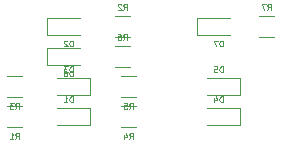
<source format=gbo>
G04 #@! TF.FileFunction,Legend,Bot*
%FSLAX46Y46*%
G04 Gerber Fmt 4.6, Leading zero omitted, Abs format (unit mm)*
G04 Created by KiCad (PCBNEW 4.0.7) date 12/24/17 13:22:17*
%MOMM*%
%LPD*%
G01*
G04 APERTURE LIST*
%ADD10C,0.100000*%
%ADD11C,0.120000*%
%ADD12C,0.125000*%
G04 APERTURE END LIST*
D10*
D11*
X112544000Y-61276000D02*
X112544000Y-62676000D01*
X112544000Y-62676000D02*
X109744000Y-62676000D01*
X112544000Y-61276000D02*
X109744000Y-61276000D01*
X108944000Y-55056000D02*
X108944000Y-53656000D01*
X108944000Y-53656000D02*
X111744000Y-53656000D01*
X108944000Y-55056000D02*
X111744000Y-55056000D01*
X112544000Y-58736000D02*
X112544000Y-60136000D01*
X112544000Y-60136000D02*
X109744000Y-60136000D01*
X112544000Y-58736000D02*
X109744000Y-58736000D01*
X125244000Y-61276000D02*
X125244000Y-62676000D01*
X125244000Y-62676000D02*
X122444000Y-62676000D01*
X125244000Y-61276000D02*
X122444000Y-61276000D01*
X125244000Y-58736000D02*
X125244000Y-60136000D01*
X125244000Y-60136000D02*
X122444000Y-60136000D01*
X125244000Y-58736000D02*
X122444000Y-58736000D01*
X108944000Y-57596000D02*
X108944000Y-56196000D01*
X108944000Y-56196000D02*
X111744000Y-56196000D01*
X108944000Y-57596000D02*
X111744000Y-57596000D01*
X121644000Y-55056000D02*
X121644000Y-53656000D01*
X121644000Y-53656000D02*
X124444000Y-53656000D01*
X121644000Y-55056000D02*
X124444000Y-55056000D01*
X106772000Y-61096000D02*
X105572000Y-61096000D01*
X105572000Y-62856000D02*
X106772000Y-62856000D01*
X114716000Y-55236000D02*
X115916000Y-55236000D01*
X115916000Y-53476000D02*
X114716000Y-53476000D01*
X106772000Y-58556000D02*
X105572000Y-58556000D01*
X105572000Y-60316000D02*
X106772000Y-60316000D01*
X116424000Y-61096000D02*
X115224000Y-61096000D01*
X115224000Y-62856000D02*
X116424000Y-62856000D01*
X116424000Y-58556000D02*
X115224000Y-58556000D01*
X115224000Y-60316000D02*
X116424000Y-60316000D01*
X114716000Y-57776000D02*
X115916000Y-57776000D01*
X115916000Y-56016000D02*
X114716000Y-56016000D01*
X126908000Y-55236000D02*
X128108000Y-55236000D01*
X128108000Y-53476000D02*
X126908000Y-53476000D01*
D12*
X111113047Y-60752190D02*
X111113047Y-60252190D01*
X110994000Y-60252190D01*
X110922571Y-60276000D01*
X110874952Y-60323619D01*
X110851143Y-60371238D01*
X110827333Y-60466476D01*
X110827333Y-60537905D01*
X110851143Y-60633143D01*
X110874952Y-60680762D01*
X110922571Y-60728381D01*
X110994000Y-60752190D01*
X111113047Y-60752190D01*
X110351143Y-60752190D02*
X110636857Y-60752190D01*
X110494000Y-60752190D02*
X110494000Y-60252190D01*
X110541619Y-60323619D01*
X110589238Y-60371238D01*
X110636857Y-60395048D01*
X111113047Y-56032190D02*
X111113047Y-55532190D01*
X110994000Y-55532190D01*
X110922571Y-55556000D01*
X110874952Y-55603619D01*
X110851143Y-55651238D01*
X110827333Y-55746476D01*
X110827333Y-55817905D01*
X110851143Y-55913143D01*
X110874952Y-55960762D01*
X110922571Y-56008381D01*
X110994000Y-56032190D01*
X111113047Y-56032190D01*
X110636857Y-55579810D02*
X110613047Y-55556000D01*
X110565428Y-55532190D01*
X110446381Y-55532190D01*
X110398762Y-55556000D01*
X110374952Y-55579810D01*
X110351143Y-55627429D01*
X110351143Y-55675048D01*
X110374952Y-55746476D01*
X110660666Y-56032190D01*
X110351143Y-56032190D01*
X111113047Y-58212190D02*
X111113047Y-57712190D01*
X110994000Y-57712190D01*
X110922571Y-57736000D01*
X110874952Y-57783619D01*
X110851143Y-57831238D01*
X110827333Y-57926476D01*
X110827333Y-57997905D01*
X110851143Y-58093143D01*
X110874952Y-58140762D01*
X110922571Y-58188381D01*
X110994000Y-58212190D01*
X111113047Y-58212190D01*
X110660666Y-57712190D02*
X110351143Y-57712190D01*
X110517809Y-57902667D01*
X110446381Y-57902667D01*
X110398762Y-57926476D01*
X110374952Y-57950286D01*
X110351143Y-57997905D01*
X110351143Y-58116952D01*
X110374952Y-58164571D01*
X110398762Y-58188381D01*
X110446381Y-58212190D01*
X110589238Y-58212190D01*
X110636857Y-58188381D01*
X110660666Y-58164571D01*
X123813047Y-60752190D02*
X123813047Y-60252190D01*
X123694000Y-60252190D01*
X123622571Y-60276000D01*
X123574952Y-60323619D01*
X123551143Y-60371238D01*
X123527333Y-60466476D01*
X123527333Y-60537905D01*
X123551143Y-60633143D01*
X123574952Y-60680762D01*
X123622571Y-60728381D01*
X123694000Y-60752190D01*
X123813047Y-60752190D01*
X123098762Y-60418857D02*
X123098762Y-60752190D01*
X123217809Y-60228381D02*
X123336857Y-60585524D01*
X123027333Y-60585524D01*
X123813047Y-58212190D02*
X123813047Y-57712190D01*
X123694000Y-57712190D01*
X123622571Y-57736000D01*
X123574952Y-57783619D01*
X123551143Y-57831238D01*
X123527333Y-57926476D01*
X123527333Y-57997905D01*
X123551143Y-58093143D01*
X123574952Y-58140762D01*
X123622571Y-58188381D01*
X123694000Y-58212190D01*
X123813047Y-58212190D01*
X123074952Y-57712190D02*
X123313047Y-57712190D01*
X123336857Y-57950286D01*
X123313047Y-57926476D01*
X123265428Y-57902667D01*
X123146381Y-57902667D01*
X123098762Y-57926476D01*
X123074952Y-57950286D01*
X123051143Y-57997905D01*
X123051143Y-58116952D01*
X123074952Y-58164571D01*
X123098762Y-58188381D01*
X123146381Y-58212190D01*
X123265428Y-58212190D01*
X123313047Y-58188381D01*
X123336857Y-58164571D01*
X111113047Y-58572190D02*
X111113047Y-58072190D01*
X110994000Y-58072190D01*
X110922571Y-58096000D01*
X110874952Y-58143619D01*
X110851143Y-58191238D01*
X110827333Y-58286476D01*
X110827333Y-58357905D01*
X110851143Y-58453143D01*
X110874952Y-58500762D01*
X110922571Y-58548381D01*
X110994000Y-58572190D01*
X111113047Y-58572190D01*
X110398762Y-58072190D02*
X110494000Y-58072190D01*
X110541619Y-58096000D01*
X110565428Y-58119810D01*
X110613047Y-58191238D01*
X110636857Y-58286476D01*
X110636857Y-58476952D01*
X110613047Y-58524571D01*
X110589238Y-58548381D01*
X110541619Y-58572190D01*
X110446381Y-58572190D01*
X110398762Y-58548381D01*
X110374952Y-58524571D01*
X110351143Y-58476952D01*
X110351143Y-58357905D01*
X110374952Y-58310286D01*
X110398762Y-58286476D01*
X110446381Y-58262667D01*
X110541619Y-58262667D01*
X110589238Y-58286476D01*
X110613047Y-58310286D01*
X110636857Y-58357905D01*
X123813047Y-56032190D02*
X123813047Y-55532190D01*
X123694000Y-55532190D01*
X123622571Y-55556000D01*
X123574952Y-55603619D01*
X123551143Y-55651238D01*
X123527333Y-55746476D01*
X123527333Y-55817905D01*
X123551143Y-55913143D01*
X123574952Y-55960762D01*
X123622571Y-56008381D01*
X123694000Y-56032190D01*
X123813047Y-56032190D01*
X123360666Y-55532190D02*
X123027333Y-55532190D01*
X123241619Y-56032190D01*
X106255333Y-63852190D02*
X106422000Y-63614095D01*
X106541047Y-63852190D02*
X106541047Y-63352190D01*
X106350571Y-63352190D01*
X106302952Y-63376000D01*
X106279143Y-63399810D01*
X106255333Y-63447429D01*
X106255333Y-63518857D01*
X106279143Y-63566476D01*
X106302952Y-63590286D01*
X106350571Y-63614095D01*
X106541047Y-63614095D01*
X105779143Y-63852190D02*
X106064857Y-63852190D01*
X105922000Y-63852190D02*
X105922000Y-63352190D01*
X105969619Y-63423619D01*
X106017238Y-63471238D01*
X106064857Y-63495048D01*
X115399333Y-52932190D02*
X115566000Y-52694095D01*
X115685047Y-52932190D02*
X115685047Y-52432190D01*
X115494571Y-52432190D01*
X115446952Y-52456000D01*
X115423143Y-52479810D01*
X115399333Y-52527429D01*
X115399333Y-52598857D01*
X115423143Y-52646476D01*
X115446952Y-52670286D01*
X115494571Y-52694095D01*
X115685047Y-52694095D01*
X115208857Y-52479810D02*
X115185047Y-52456000D01*
X115137428Y-52432190D01*
X115018381Y-52432190D01*
X114970762Y-52456000D01*
X114946952Y-52479810D01*
X114923143Y-52527429D01*
X114923143Y-52575048D01*
X114946952Y-52646476D01*
X115232666Y-52932190D01*
X114923143Y-52932190D01*
X106255333Y-61312190D02*
X106422000Y-61074095D01*
X106541047Y-61312190D02*
X106541047Y-60812190D01*
X106350571Y-60812190D01*
X106302952Y-60836000D01*
X106279143Y-60859810D01*
X106255333Y-60907429D01*
X106255333Y-60978857D01*
X106279143Y-61026476D01*
X106302952Y-61050286D01*
X106350571Y-61074095D01*
X106541047Y-61074095D01*
X106088666Y-60812190D02*
X105779143Y-60812190D01*
X105945809Y-61002667D01*
X105874381Y-61002667D01*
X105826762Y-61026476D01*
X105802952Y-61050286D01*
X105779143Y-61097905D01*
X105779143Y-61216952D01*
X105802952Y-61264571D01*
X105826762Y-61288381D01*
X105874381Y-61312190D01*
X106017238Y-61312190D01*
X106064857Y-61288381D01*
X106088666Y-61264571D01*
X115907333Y-63852190D02*
X116074000Y-63614095D01*
X116193047Y-63852190D02*
X116193047Y-63352190D01*
X116002571Y-63352190D01*
X115954952Y-63376000D01*
X115931143Y-63399810D01*
X115907333Y-63447429D01*
X115907333Y-63518857D01*
X115931143Y-63566476D01*
X115954952Y-63590286D01*
X116002571Y-63614095D01*
X116193047Y-63614095D01*
X115478762Y-63518857D02*
X115478762Y-63852190D01*
X115597809Y-63328381D02*
X115716857Y-63685524D01*
X115407333Y-63685524D01*
X115907333Y-61312190D02*
X116074000Y-61074095D01*
X116193047Y-61312190D02*
X116193047Y-60812190D01*
X116002571Y-60812190D01*
X115954952Y-60836000D01*
X115931143Y-60859810D01*
X115907333Y-60907429D01*
X115907333Y-60978857D01*
X115931143Y-61026476D01*
X115954952Y-61050286D01*
X116002571Y-61074095D01*
X116193047Y-61074095D01*
X115454952Y-60812190D02*
X115693047Y-60812190D01*
X115716857Y-61050286D01*
X115693047Y-61026476D01*
X115645428Y-61002667D01*
X115526381Y-61002667D01*
X115478762Y-61026476D01*
X115454952Y-61050286D01*
X115431143Y-61097905D01*
X115431143Y-61216952D01*
X115454952Y-61264571D01*
X115478762Y-61288381D01*
X115526381Y-61312190D01*
X115645428Y-61312190D01*
X115693047Y-61288381D01*
X115716857Y-61264571D01*
X115399333Y-55472190D02*
X115566000Y-55234095D01*
X115685047Y-55472190D02*
X115685047Y-54972190D01*
X115494571Y-54972190D01*
X115446952Y-54996000D01*
X115423143Y-55019810D01*
X115399333Y-55067429D01*
X115399333Y-55138857D01*
X115423143Y-55186476D01*
X115446952Y-55210286D01*
X115494571Y-55234095D01*
X115685047Y-55234095D01*
X114970762Y-54972190D02*
X115066000Y-54972190D01*
X115113619Y-54996000D01*
X115137428Y-55019810D01*
X115185047Y-55091238D01*
X115208857Y-55186476D01*
X115208857Y-55376952D01*
X115185047Y-55424571D01*
X115161238Y-55448381D01*
X115113619Y-55472190D01*
X115018381Y-55472190D01*
X114970762Y-55448381D01*
X114946952Y-55424571D01*
X114923143Y-55376952D01*
X114923143Y-55257905D01*
X114946952Y-55210286D01*
X114970762Y-55186476D01*
X115018381Y-55162667D01*
X115113619Y-55162667D01*
X115161238Y-55186476D01*
X115185047Y-55210286D01*
X115208857Y-55257905D01*
X127591333Y-52932190D02*
X127758000Y-52694095D01*
X127877047Y-52932190D02*
X127877047Y-52432190D01*
X127686571Y-52432190D01*
X127638952Y-52456000D01*
X127615143Y-52479810D01*
X127591333Y-52527429D01*
X127591333Y-52598857D01*
X127615143Y-52646476D01*
X127638952Y-52670286D01*
X127686571Y-52694095D01*
X127877047Y-52694095D01*
X127424666Y-52432190D02*
X127091333Y-52432190D01*
X127305619Y-52932190D01*
M02*

</source>
